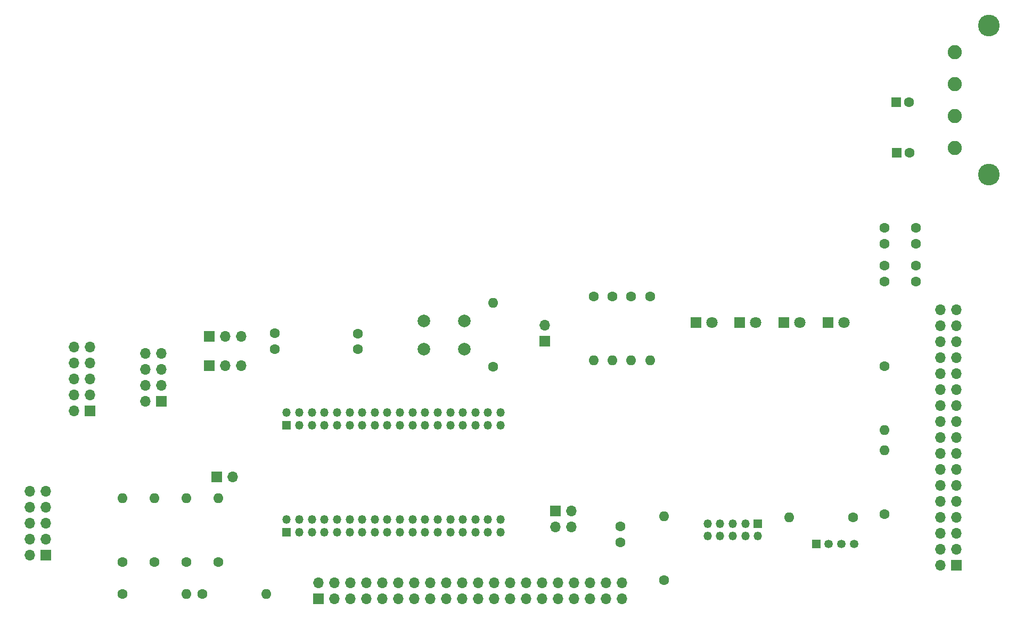
<source format=gbr>
%TF.GenerationSoftware,KiCad,Pcbnew,6.0.11-2627ca5db0~126~ubuntu22.04.1*%
%TF.CreationDate,2023-03-03T15:55:44-05:00*%
%TF.ProjectId,FloppyOverdrive_ControlBoard,466c6f70-7079-44f7-9665-726472697665,rev?*%
%TF.SameCoordinates,Original*%
%TF.FileFunction,Soldermask,Bot*%
%TF.FilePolarity,Negative*%
%FSLAX46Y46*%
G04 Gerber Fmt 4.6, Leading zero omitted, Abs format (unit mm)*
G04 Created by KiCad (PCBNEW 6.0.11-2627ca5db0~126~ubuntu22.04.1) date 2023-03-03 15:55:44*
%MOMM*%
%LPD*%
G01*
G04 APERTURE LIST*
%ADD10C,1.600000*%
%ADD11R,1.700000X1.700000*%
%ADD12O,1.700000X1.700000*%
%ADD13R,1.800000X1.800000*%
%ADD14C,1.800000*%
%ADD15O,1.600000X1.600000*%
%ADD16R,1.350000X1.350000*%
%ADD17O,1.350000X1.350000*%
%ADD18R,1.600000X1.600000*%
%ADD19C,1.350000*%
%ADD20C,2.000000*%
%ADD21C,2.250000*%
%ADD22C,3.450000*%
G04 APERTURE END LIST*
D10*
%TO.C,C8*%
X108089000Y-100765000D03*
X108089000Y-103265000D03*
%TD*%
D11*
%TO.C,JP1*%
X151000000Y-102000000D03*
D12*
X151000000Y-99460000D03*
%TD*%
D13*
%TO.C,D1*%
X175000000Y-99000000D03*
D14*
X177540000Y-99000000D03*
%TD*%
D10*
%TO.C,C7*%
X163000000Y-134000000D03*
X163000000Y-131500000D03*
%TD*%
D13*
%TO.C,D4*%
X196000000Y-99000000D03*
D14*
X198540000Y-99000000D03*
%TD*%
D10*
%TO.C,R6*%
X205000000Y-106000000D03*
D15*
X205000000Y-116160000D03*
%TD*%
D16*
%TO.C,J6*%
X184875000Y-131000000D03*
D17*
X182875000Y-131000000D03*
X180875000Y-131000000D03*
X178875000Y-131000000D03*
X176875000Y-131000000D03*
X184875000Y-133000000D03*
X182875000Y-133000000D03*
X180875000Y-133000000D03*
X178875000Y-133000000D03*
X176875000Y-133000000D03*
%TD*%
D11*
%TO.C,J9*%
X90000000Y-111540000D03*
D12*
X90000000Y-109000000D03*
X90000000Y-106460000D03*
X90000000Y-103920000D03*
X87460000Y-111540000D03*
X87460000Y-109000000D03*
X87460000Y-106460000D03*
X87460000Y-103920000D03*
%TD*%
D10*
%TO.C,R5*%
X83820000Y-142240000D03*
D15*
X93980000Y-142240000D03*
%TD*%
D10*
%TO.C,R7*%
X205000000Y-129480000D03*
D15*
X205000000Y-119320000D03*
%TD*%
D10*
%TO.C,C9*%
X121300000Y-103300000D03*
X121300000Y-100800000D03*
%TD*%
%TO.C,C2*%
X210000000Y-92500000D03*
X210000000Y-90000000D03*
%TD*%
D11*
%TO.C,J10*%
X98825000Y-123600000D03*
D12*
X101365000Y-123600000D03*
%TD*%
D10*
%TO.C,R1*%
X83820000Y-137160000D03*
D15*
X83820000Y-127000000D03*
%TD*%
D11*
%TO.C,J5*%
X78650000Y-113075000D03*
D12*
X78650000Y-110535000D03*
X78650000Y-107995000D03*
X78650000Y-105455000D03*
X78650000Y-102915000D03*
X76110000Y-113075000D03*
X76110000Y-110535000D03*
X76110000Y-107995000D03*
X76110000Y-105455000D03*
X76110000Y-102915000D03*
%TD*%
D11*
%TO.C,JP3*%
X97675000Y-105900000D03*
D12*
X100215000Y-105900000D03*
X102755000Y-105900000D03*
%TD*%
D10*
%TO.C,R3*%
X93980000Y-137160000D03*
D15*
X93980000Y-127000000D03*
%TD*%
D10*
%TO.C,R10*%
X200000000Y-130000000D03*
D15*
X189840000Y-130000000D03*
%TD*%
D18*
%TO.C,C4*%
X206866395Y-63952500D03*
D10*
X208866395Y-63952500D03*
%TD*%
%TO.C,R2*%
X88900000Y-137160000D03*
D15*
X88900000Y-127000000D03*
%TD*%
D10*
%TO.C,R9*%
X170000000Y-140000000D03*
D15*
X170000000Y-129840000D03*
%TD*%
D11*
%TO.C,J7*%
X152725000Y-128995000D03*
D12*
X155265000Y-128995000D03*
X152725000Y-131535000D03*
X155265000Y-131535000D03*
%TD*%
D16*
%TO.C,U4*%
X109970000Y-132375000D03*
D17*
X109970000Y-130375000D03*
X111970000Y-132375000D03*
X111970000Y-130375000D03*
X113970000Y-132375000D03*
X113970000Y-130375000D03*
X115970000Y-132375000D03*
X115970000Y-130375000D03*
X117970000Y-132375000D03*
X117970000Y-130375000D03*
X119970000Y-132375000D03*
X119970000Y-130375000D03*
X121970000Y-132375000D03*
X121970000Y-130375000D03*
X123970000Y-132375000D03*
X123970000Y-130375000D03*
X125970000Y-132375000D03*
X125970000Y-130375000D03*
X127970000Y-132375000D03*
X127970000Y-130375000D03*
X129970000Y-132375000D03*
X129970000Y-130375000D03*
X131970000Y-132375000D03*
X131970000Y-130375000D03*
X133970000Y-132375000D03*
X133970000Y-130375000D03*
X135970000Y-132375000D03*
X135970000Y-130375000D03*
X137970000Y-132375000D03*
X137970000Y-130375000D03*
X139970000Y-132375000D03*
X139970000Y-130375000D03*
X141970000Y-132375000D03*
X141970000Y-130375000D03*
X143970000Y-132375000D03*
X143970000Y-130375000D03*
D16*
X109970000Y-115375000D03*
D17*
X109970000Y-113375000D03*
X111970000Y-115375000D03*
X111970000Y-113375000D03*
X113970000Y-115375000D03*
X113970000Y-113375000D03*
X115970000Y-115375000D03*
X115970000Y-113375000D03*
X117970000Y-115375000D03*
X117970000Y-113375000D03*
X119970000Y-115375000D03*
X119970000Y-113375000D03*
X121970000Y-115375000D03*
X121970000Y-113375000D03*
X123970000Y-115375000D03*
X123970000Y-113375000D03*
X125970000Y-115375000D03*
X125970000Y-113375000D03*
X127970000Y-115375000D03*
X127970000Y-113375000D03*
X129970000Y-115375000D03*
X129970000Y-113375000D03*
X131970000Y-115375000D03*
X131970000Y-113375000D03*
X133970000Y-115375000D03*
X133970000Y-113375000D03*
X135970000Y-115375000D03*
X135970000Y-113375000D03*
X137970000Y-115375000D03*
X137970000Y-113375000D03*
X139970000Y-115375000D03*
X139970000Y-113375000D03*
X141970000Y-115375000D03*
X141970000Y-113375000D03*
X143970000Y-115375000D03*
X143970000Y-113375000D03*
%TD*%
D16*
%TO.C,J2*%
X194150000Y-134250000D03*
D19*
X196150000Y-134250000D03*
X198150000Y-134250000D03*
X200150000Y-134250000D03*
%TD*%
D10*
%TO.C,C1*%
X205000000Y-92500000D03*
X205000000Y-90000000D03*
%TD*%
D13*
%TO.C,D3*%
X189000000Y-99000000D03*
D14*
X191540000Y-99000000D03*
%TD*%
D11*
%TO.C,J3*%
X216475000Y-137625000D03*
D12*
X213935000Y-137625000D03*
X216475000Y-135085000D03*
X213935000Y-135085000D03*
X216475000Y-132545000D03*
X213935000Y-132545000D03*
X216475000Y-130005000D03*
X213935000Y-130005000D03*
X216475000Y-127465000D03*
X213935000Y-127465000D03*
X216475000Y-124925000D03*
X213935000Y-124925000D03*
X216475000Y-122385000D03*
X213935000Y-122385000D03*
X216475000Y-119845000D03*
X213935000Y-119845000D03*
X216475000Y-117305000D03*
X213935000Y-117305000D03*
X216475000Y-114765000D03*
X213935000Y-114765000D03*
X216475000Y-112225000D03*
X213935000Y-112225000D03*
X216475000Y-109685000D03*
X213935000Y-109685000D03*
X216475000Y-107145000D03*
X213935000Y-107145000D03*
X216475000Y-104605000D03*
X213935000Y-104605000D03*
X216475000Y-102065000D03*
X213935000Y-102065000D03*
X216475000Y-99525000D03*
X213935000Y-99525000D03*
X216475000Y-96985000D03*
X213935000Y-96985000D03*
%TD*%
D10*
%TO.C,C5*%
X205000000Y-86500000D03*
X205000000Y-84000000D03*
%TD*%
D11*
%TO.C,J4*%
X71650000Y-136065000D03*
D12*
X71650000Y-133525000D03*
X71650000Y-130985000D03*
X71650000Y-128445000D03*
X71650000Y-125905000D03*
X69110000Y-136065000D03*
X69110000Y-133525000D03*
X69110000Y-130985000D03*
X69110000Y-128445000D03*
X69110000Y-125905000D03*
%TD*%
D11*
%TO.C,JP2*%
X97675000Y-101200000D03*
D12*
X100215000Y-101200000D03*
X102755000Y-101200000D03*
%TD*%
D20*
%TO.C,SW1*%
X138250000Y-103250000D03*
X131750000Y-103250000D03*
X131750000Y-98750000D03*
X138250000Y-98750000D03*
%TD*%
D10*
%TO.C,C6*%
X210000000Y-86500000D03*
X210000000Y-84000000D03*
%TD*%
%TO.C,R15*%
X167750000Y-94920000D03*
D15*
X167750000Y-105080000D03*
%TD*%
D10*
%TO.C,R12*%
X158750000Y-94905000D03*
D15*
X158750000Y-105065000D03*
%TD*%
D10*
%TO.C,R13*%
X161750000Y-94920000D03*
D15*
X161750000Y-105080000D03*
%TD*%
D21*
%TO.C,J1*%
X216187500Y-56000000D03*
X216187500Y-61080000D03*
X216187500Y-66160000D03*
X216187500Y-71240000D03*
D22*
X221637500Y-51770000D03*
X221637500Y-75470000D03*
%TD*%
D10*
%TO.C,R4*%
X99060000Y-137160000D03*
D15*
X99060000Y-127000000D03*
%TD*%
D10*
%TO.C,R11*%
X142750000Y-106080000D03*
D15*
X142750000Y-95920000D03*
%TD*%
D10*
%TO.C,R8*%
X96520000Y-142240000D03*
D15*
X106680000Y-142240000D03*
%TD*%
D10*
%TO.C,R14*%
X164750000Y-94920000D03*
D15*
X164750000Y-105080000D03*
%TD*%
D11*
%TO.C,J8*%
X115000000Y-143000000D03*
D12*
X115000000Y-140460000D03*
X117540000Y-143000000D03*
X117540000Y-140460000D03*
X120080000Y-143000000D03*
X120080000Y-140460000D03*
X122620000Y-143000000D03*
X122620000Y-140460000D03*
X125160000Y-143000000D03*
X125160000Y-140460000D03*
X127700000Y-143000000D03*
X127700000Y-140460000D03*
X130240000Y-143000000D03*
X130240000Y-140460000D03*
X132780000Y-143000000D03*
X132780000Y-140460000D03*
X135320000Y-143000000D03*
X135320000Y-140460000D03*
X137860000Y-143000000D03*
X137860000Y-140460000D03*
X140400000Y-143000000D03*
X140400000Y-140460000D03*
X142940000Y-143000000D03*
X142940000Y-140460000D03*
X145480000Y-143000000D03*
X145480000Y-140460000D03*
X148020000Y-143000000D03*
X148020000Y-140460000D03*
X150560000Y-143000000D03*
X150560000Y-140460000D03*
X153100000Y-143000000D03*
X153100000Y-140460000D03*
X155640000Y-143000000D03*
X155640000Y-140460000D03*
X158180000Y-143000000D03*
X158180000Y-140460000D03*
X160720000Y-143000000D03*
X160720000Y-140460000D03*
X163260000Y-143000000D03*
X163260000Y-140460000D03*
%TD*%
D13*
%TO.C,D2*%
X182000000Y-99000000D03*
D14*
X184540000Y-99000000D03*
%TD*%
D18*
%TO.C,C3*%
X207000000Y-72000000D03*
D10*
X209000000Y-72000000D03*
%TD*%
M02*

</source>
